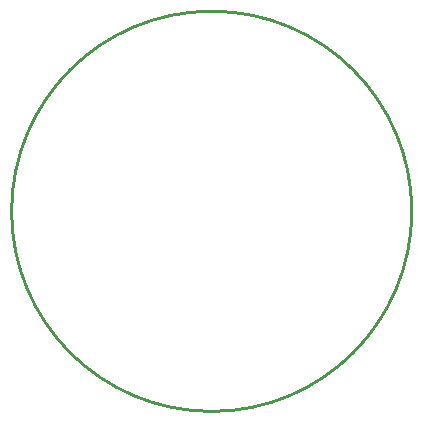
<source format=gm1>
G04 Layer_Color=16711935*
%FSAX23Y23*%
%MOIN*%
G70*
G01*
G75*
%ADD10C,0.010*%
D10*
X05487Y03695D02*
G03*
X05487Y03695I-00667J00000D01*
G01*
M02*

</source>
